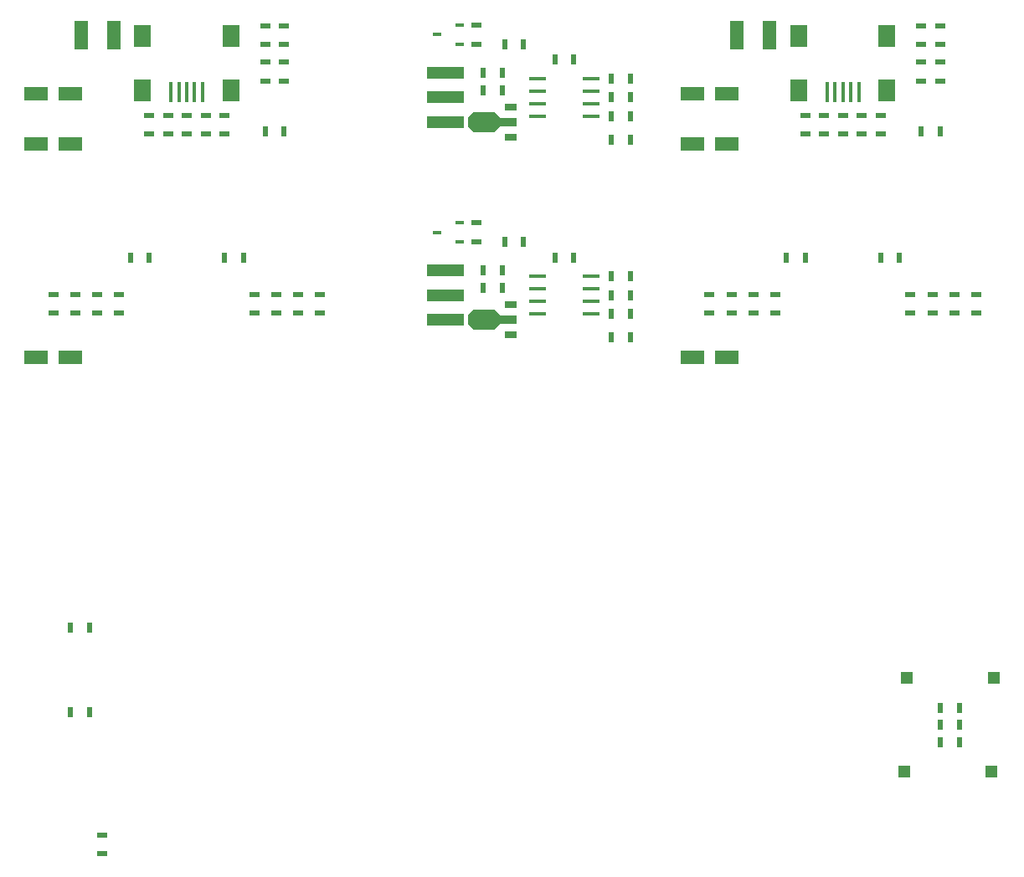
<source format=gbr>
G04 DipTrace 3.2.0.1*
G04 Âåðõíÿÿï.ìàñêà.gbr*
%MOIN*%
G04 #@! TF.FileFunction,Paste,Top*
G04 #@! TF.Part,Single*
%AMOUTLINE5*
4,1,10,
0.096457,0.015748,
0.031834,0.015748,
0.008212,0.03937,
-0.075141,0.03937,
-0.096457,0.018054,
-0.096457,-0.018054,
-0.075141,-0.03937,
0.008212,-0.03937,
0.031834,-0.015748,
0.096457,-0.015748,
0.096457,0.015748,
0*%
%ADD79R,0.051181X0.031496*%
%ADD83R,0.149606X0.051181*%
%ADD85R,0.070866X0.015748*%
%ADD91R,0.070866X0.090551*%
%ADD93R,0.011811X0.082677*%
%ADD97R,0.058268X0.114173*%
%ADD103R,0.09252X0.055118*%
%ADD114R,0.033465X0.017717*%
%ADD119R,0.051181X0.047244*%
%ADD133R,0.003937X0.055118*%
%ADD135R,0.055118X0.003937*%
%ADD142R,0.043307X0.019685*%
%ADD144R,0.019685X0.043307*%
%ADD159OUTLINE5*%
%FSLAX26Y26*%
G04*
G70*
G90*
G75*
G01*
G04 TopPaste*
%LPD*%
D144*
X199852Y1034252D3*
X274655D3*
X199852Y1371752D3*
X274655D3*
D142*
X324753Y471849D3*
Y546652D3*
D144*
X3738189Y1053150D3*
X3663386D3*
Y984252D3*
X3738189D3*
X3663386Y915354D3*
X3738189D3*
D119*
X3874016Y1171260D3*
X3527559D3*
X3864173Y797244D3*
X3517717D3*
D103*
X200134Y3500181D3*
X62339D3*
X200134Y3300202D3*
X62339D3*
X200134Y2450291D3*
X62339D3*
D142*
X512446Y3412596D3*
Y3337793D3*
X812415Y3412596D3*
Y3337793D3*
D144*
X437549Y2844000D3*
X512352D3*
X887312D3*
X812509D3*
D133*
X554163Y2897373D3*
X573848D3*
X593533D3*
X613218D3*
X632903D3*
X652588D3*
X672273D3*
X691958D3*
X711643D3*
X731328D3*
X751013D3*
X770698D3*
D135*
X827785Y2954459D3*
Y2974144D3*
Y2993829D3*
Y3013514D3*
Y3033199D3*
Y3052885D3*
Y3072570D3*
Y3092255D3*
Y3111940D3*
Y3131625D3*
Y3151310D3*
Y3170995D3*
D133*
X770698Y3228081D3*
X751013D3*
X731328D3*
X711643D3*
X691958D3*
X672273D3*
X652588D3*
X632903D3*
X613218D3*
X593533D3*
X573848D3*
X554163D3*
D135*
X497076Y3170995D3*
Y3151310D3*
Y3131625D3*
Y3111940D3*
Y3092255D3*
Y3072570D3*
Y3052885D3*
Y3033199D3*
Y3013514D3*
Y2993829D3*
Y2974144D3*
Y2954459D3*
D97*
X371178Y3731407D3*
X241257D3*
D142*
X1049890Y3694005D3*
Y3768808D3*
X974898D3*
Y3694005D3*
D144*
X2127953Y3634252D3*
X2202756D3*
X2352953Y3316929D3*
X2427756D3*
X974992Y3350197D3*
X1049795D3*
D142*
X587438Y3337793D3*
Y3412596D3*
X1106386Y2699919D3*
Y2625115D3*
X1018895Y2699919D3*
Y2625115D3*
X737423Y3412596D3*
Y3337793D3*
X931404Y2699919D3*
Y2625115D3*
X662430Y3412596D3*
Y3337793D3*
X1193877Y2699919D3*
Y2625115D3*
X393709Y2700171D3*
Y2625367D3*
X131236Y2700171D3*
Y2625367D3*
X218727Y2700171D3*
Y2625367D3*
X306218Y2700171D3*
Y2625367D3*
X1049890Y3625073D3*
Y3550270D3*
X974898Y3625073D3*
Y3550270D3*
D93*
X725423Y3506714D3*
X693927D3*
X662430D3*
X630934D3*
X599438D3*
D91*
X837627Y3510651D3*
X487234D3*
X837627Y3727186D3*
X487234D3*
D144*
X2352953Y3409252D3*
X2427756D3*
D85*
X2059055Y3559252D3*
Y3509252D3*
Y3459252D3*
Y3409252D3*
X2271654D3*
Y3459252D3*
Y3509252D3*
Y3559252D3*
D83*
X1692913Y3582677D3*
Y3484252D3*
Y3385827D3*
D144*
X2352953Y3484252D3*
X2427756D3*
X2352953Y3559252D3*
X2427756D3*
D142*
X1815354Y3696850D3*
Y3771654D3*
D144*
X1917323Y3582677D3*
X1842520D3*
X2002756Y3696752D3*
X1927953D3*
D79*
X1950787Y3326772D3*
D159*
X1879921Y3385827D3*
D79*
X1950787Y3444882D3*
D144*
X1917323Y3513780D3*
X1842520D3*
D114*
X1748130Y3696850D3*
Y3771654D3*
X1657579Y3734252D3*
D144*
X2127953Y2846850D3*
X2202756D3*
X2352953Y2529528D3*
X2427756D3*
X2352953Y2621850D3*
X2427756D3*
D85*
X2059055Y2771850D3*
Y2721850D3*
Y2671850D3*
Y2621850D3*
X2271654D3*
Y2671850D3*
Y2721850D3*
Y2771850D3*
D83*
X1692913Y2795276D3*
Y2696850D3*
Y2598425D3*
D144*
X2352953Y2696850D3*
X2427756D3*
X2352953Y2771850D3*
X2427756D3*
D142*
X1815354Y2909449D3*
Y2984252D3*
D144*
X1917323Y2795276D3*
X1842520D3*
X2002756Y2909350D3*
X1927953D3*
D79*
X1950787Y2539370D3*
D159*
X1879921Y2598425D3*
D79*
X1950787Y2657480D3*
D144*
X1917323Y2726378D3*
X1842520D3*
D114*
X1748130Y2909449D3*
Y2984252D3*
X1657579Y2946850D3*
D103*
X2812281Y3500181D3*
X2674486D3*
X2812281Y3300202D3*
X2674486D3*
X2812281Y2450291D3*
X2674486D3*
D142*
X3124593Y3412596D3*
Y3337793D3*
X3424562Y3412596D3*
Y3337793D3*
D144*
X3049696Y2844000D3*
X3124499D3*
X3499459D3*
X3424656D3*
D133*
X3166310Y2897373D3*
X3185995D3*
X3205680D3*
X3225365D3*
X3245050D3*
X3264735D3*
X3284420D3*
X3304105D3*
X3323790D3*
X3343475D3*
X3363160D3*
X3382845D3*
D135*
X3439932Y2954459D3*
Y2974144D3*
Y2993829D3*
Y3013514D3*
Y3033199D3*
Y3052885D3*
Y3072570D3*
Y3092255D3*
Y3111940D3*
Y3131625D3*
Y3151310D3*
Y3170995D3*
D133*
X3382845Y3228081D3*
X3363160D3*
X3343475D3*
X3323790D3*
X3304105D3*
X3284420D3*
X3264735D3*
X3245050D3*
X3225365D3*
X3205680D3*
X3185995D3*
X3166310D3*
D135*
X3109223Y3170995D3*
Y3151310D3*
Y3131625D3*
Y3111940D3*
Y3092255D3*
Y3072570D3*
Y3052885D3*
Y3033199D3*
Y3013514D3*
Y2993829D3*
Y2974144D3*
Y2954459D3*
D97*
X2983325Y3731407D3*
X2853404D3*
D142*
X3662037Y3694005D3*
Y3768808D3*
X3587045D3*
Y3694005D3*
D144*
X3587139Y3350197D3*
X3661942D3*
D142*
X3199585Y3337793D3*
Y3412596D3*
X3718533Y2699919D3*
Y2625115D3*
X3631042Y2699919D3*
Y2625115D3*
X3349570Y3412596D3*
Y3337793D3*
X3543551Y2699919D3*
Y2625115D3*
X3274577Y3412596D3*
Y3337793D3*
X3806024Y2699919D3*
Y2625115D3*
X3005856Y2700171D3*
Y2625367D3*
X2743383Y2700171D3*
Y2625367D3*
X2830874Y2700171D3*
Y2625367D3*
X2918365Y2700171D3*
Y2625367D3*
X3662037Y3625073D3*
Y3550270D3*
X3587045Y3625073D3*
Y3550270D3*
D93*
X3337570Y3506714D3*
X3306073D3*
X3274577D3*
X3243081D3*
X3211585D3*
D91*
X3449774Y3510651D3*
X3099381D3*
X3449774Y3727186D3*
X3099381D3*
M02*

</source>
